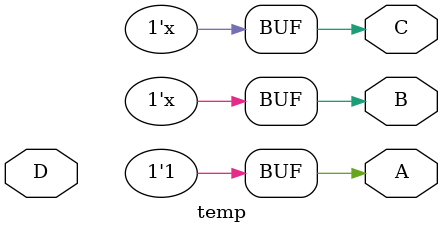
<source format=v>
`timescale 1ns / 1ps
module temp(A,B,C,D);	 
	input D;
	
	 output reg A,B,C;
	 
	 initial begin
		A <= 0;		
		B <= 0;
		C <= 0;

	 end
	 
	 always @(D) 
	 begin
		A <= #5 1;
		B <= A + 1;
		C <= #10 B;
	 end


endmodule

</source>
